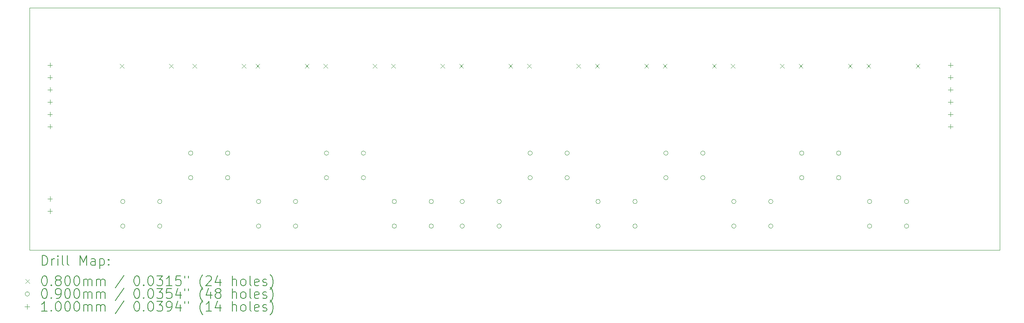
<source format=gbr>
%TF.GenerationSoftware,KiCad,Pcbnew,7.0.3*%
%TF.CreationDate,2023-06-01T18:05:40-04:00*%
%TF.ProjectId,KeyModule,4b65794d-6f64-4756-9c65-2e6b69636164,rev?*%
%TF.SameCoordinates,Original*%
%TF.FileFunction,Drillmap*%
%TF.FilePolarity,Positive*%
%FSLAX45Y45*%
G04 Gerber Fmt 4.5, Leading zero omitted, Abs format (unit mm)*
G04 Created by KiCad (PCBNEW 7.0.3) date 2023-06-01 18:05:40*
%MOMM*%
%LPD*%
G01*
G04 APERTURE LIST*
%ADD10C,0.100000*%
%ADD11C,0.200000*%
%ADD12C,0.080000*%
%ADD13C,0.090000*%
G04 APERTURE END LIST*
D10*
X0Y0D02*
X20000000Y0D01*
X20000000Y-5000000D01*
X0Y-5000000D01*
X0Y0D01*
D11*
D12*
X1860000Y-1160000D02*
X1940000Y-1240000D01*
X1940000Y-1160000D02*
X1860000Y-1240000D01*
X2876000Y-1160000D02*
X2956000Y-1240000D01*
X2956000Y-1160000D02*
X2876000Y-1240000D01*
X3360000Y-1160000D02*
X3440000Y-1240000D01*
X3440000Y-1160000D02*
X3360000Y-1240000D01*
X4376000Y-1160000D02*
X4456000Y-1240000D01*
X4456000Y-1160000D02*
X4376000Y-1240000D01*
X4660000Y-1160000D02*
X4740000Y-1240000D01*
X4740000Y-1160000D02*
X4660000Y-1240000D01*
X5676000Y-1160000D02*
X5756000Y-1240000D01*
X5756000Y-1160000D02*
X5676000Y-1240000D01*
X6060000Y-1160000D02*
X6140000Y-1240000D01*
X6140000Y-1160000D02*
X6060000Y-1240000D01*
X7076000Y-1160000D02*
X7156000Y-1240000D01*
X7156000Y-1160000D02*
X7076000Y-1240000D01*
X7460000Y-1160000D02*
X7540000Y-1240000D01*
X7540000Y-1160000D02*
X7460000Y-1240000D01*
X8476000Y-1160000D02*
X8556000Y-1240000D01*
X8556000Y-1160000D02*
X8476000Y-1240000D01*
X8860000Y-1160000D02*
X8940000Y-1240000D01*
X8940000Y-1160000D02*
X8860000Y-1240000D01*
X9876000Y-1160000D02*
X9956000Y-1240000D01*
X9956000Y-1160000D02*
X9876000Y-1240000D01*
X10260000Y-1160000D02*
X10340000Y-1240000D01*
X10340000Y-1160000D02*
X10260000Y-1240000D01*
X11276000Y-1160000D02*
X11356000Y-1240000D01*
X11356000Y-1160000D02*
X11276000Y-1240000D01*
X11660000Y-1160000D02*
X11740000Y-1240000D01*
X11740000Y-1160000D02*
X11660000Y-1240000D01*
X12676000Y-1160000D02*
X12756000Y-1240000D01*
X12756000Y-1160000D02*
X12676000Y-1240000D01*
X13060000Y-1160000D02*
X13140000Y-1240000D01*
X13140000Y-1160000D02*
X13060000Y-1240000D01*
X14076000Y-1160000D02*
X14156000Y-1240000D01*
X14156000Y-1160000D02*
X14076000Y-1240000D01*
X14460000Y-1160000D02*
X14540000Y-1240000D01*
X14540000Y-1160000D02*
X14460000Y-1240000D01*
X15476000Y-1160000D02*
X15556000Y-1240000D01*
X15556000Y-1160000D02*
X15476000Y-1240000D01*
X15860000Y-1160000D02*
X15940000Y-1240000D01*
X15940000Y-1160000D02*
X15860000Y-1240000D01*
X16876000Y-1160000D02*
X16956000Y-1240000D01*
X16956000Y-1160000D02*
X16876000Y-1240000D01*
X17260000Y-1160000D02*
X17340000Y-1240000D01*
X17340000Y-1160000D02*
X17260000Y-1240000D01*
X18276000Y-1160000D02*
X18356000Y-1240000D01*
X18356000Y-1160000D02*
X18276000Y-1240000D01*
D13*
X1964000Y-4000000D02*
G75*
G03*
X1964000Y-4000000I-45000J0D01*
G01*
X1964000Y-4508000D02*
G75*
G03*
X1964000Y-4508000I-45000J0D01*
G01*
X2726000Y-4000000D02*
G75*
G03*
X2726000Y-4000000I-45000J0D01*
G01*
X2726000Y-4508000D02*
G75*
G03*
X2726000Y-4508000I-45000J0D01*
G01*
X3364000Y-3000000D02*
G75*
G03*
X3364000Y-3000000I-45000J0D01*
G01*
X3364000Y-3508000D02*
G75*
G03*
X3364000Y-3508000I-45000J0D01*
G01*
X4126000Y-3000000D02*
G75*
G03*
X4126000Y-3000000I-45000J0D01*
G01*
X4126000Y-3508000D02*
G75*
G03*
X4126000Y-3508000I-45000J0D01*
G01*
X4764000Y-4000000D02*
G75*
G03*
X4764000Y-4000000I-45000J0D01*
G01*
X4764000Y-4508000D02*
G75*
G03*
X4764000Y-4508000I-45000J0D01*
G01*
X5526000Y-4000000D02*
G75*
G03*
X5526000Y-4000000I-45000J0D01*
G01*
X5526000Y-4508000D02*
G75*
G03*
X5526000Y-4508000I-45000J0D01*
G01*
X6164000Y-3000000D02*
G75*
G03*
X6164000Y-3000000I-45000J0D01*
G01*
X6164000Y-3508000D02*
G75*
G03*
X6164000Y-3508000I-45000J0D01*
G01*
X6926000Y-3000000D02*
G75*
G03*
X6926000Y-3000000I-45000J0D01*
G01*
X6926000Y-3508000D02*
G75*
G03*
X6926000Y-3508000I-45000J0D01*
G01*
X7564000Y-4000000D02*
G75*
G03*
X7564000Y-4000000I-45000J0D01*
G01*
X7564000Y-4508000D02*
G75*
G03*
X7564000Y-4508000I-45000J0D01*
G01*
X8326000Y-4000000D02*
G75*
G03*
X8326000Y-4000000I-45000J0D01*
G01*
X8326000Y-4508000D02*
G75*
G03*
X8326000Y-4508000I-45000J0D01*
G01*
X8964000Y-4000000D02*
G75*
G03*
X8964000Y-4000000I-45000J0D01*
G01*
X8964000Y-4508000D02*
G75*
G03*
X8964000Y-4508000I-45000J0D01*
G01*
X9726000Y-4000000D02*
G75*
G03*
X9726000Y-4000000I-45000J0D01*
G01*
X9726000Y-4508000D02*
G75*
G03*
X9726000Y-4508000I-45000J0D01*
G01*
X10364000Y-3000000D02*
G75*
G03*
X10364000Y-3000000I-45000J0D01*
G01*
X10364000Y-3508000D02*
G75*
G03*
X10364000Y-3508000I-45000J0D01*
G01*
X11126000Y-3000000D02*
G75*
G03*
X11126000Y-3000000I-45000J0D01*
G01*
X11126000Y-3508000D02*
G75*
G03*
X11126000Y-3508000I-45000J0D01*
G01*
X11764000Y-4000000D02*
G75*
G03*
X11764000Y-4000000I-45000J0D01*
G01*
X11764000Y-4508000D02*
G75*
G03*
X11764000Y-4508000I-45000J0D01*
G01*
X12526000Y-4000000D02*
G75*
G03*
X12526000Y-4000000I-45000J0D01*
G01*
X12526000Y-4508000D02*
G75*
G03*
X12526000Y-4508000I-45000J0D01*
G01*
X13164000Y-3000000D02*
G75*
G03*
X13164000Y-3000000I-45000J0D01*
G01*
X13164000Y-3508000D02*
G75*
G03*
X13164000Y-3508000I-45000J0D01*
G01*
X13926000Y-3000000D02*
G75*
G03*
X13926000Y-3000000I-45000J0D01*
G01*
X13926000Y-3508000D02*
G75*
G03*
X13926000Y-3508000I-45000J0D01*
G01*
X14564000Y-4000000D02*
G75*
G03*
X14564000Y-4000000I-45000J0D01*
G01*
X14564000Y-4508000D02*
G75*
G03*
X14564000Y-4508000I-45000J0D01*
G01*
X15326000Y-4000000D02*
G75*
G03*
X15326000Y-4000000I-45000J0D01*
G01*
X15326000Y-4508000D02*
G75*
G03*
X15326000Y-4508000I-45000J0D01*
G01*
X15964000Y-3000000D02*
G75*
G03*
X15964000Y-3000000I-45000J0D01*
G01*
X15964000Y-3508000D02*
G75*
G03*
X15964000Y-3508000I-45000J0D01*
G01*
X16726000Y-3000000D02*
G75*
G03*
X16726000Y-3000000I-45000J0D01*
G01*
X16726000Y-3508000D02*
G75*
G03*
X16726000Y-3508000I-45000J0D01*
G01*
X17364000Y-4000000D02*
G75*
G03*
X17364000Y-4000000I-45000J0D01*
G01*
X17364000Y-4508000D02*
G75*
G03*
X17364000Y-4508000I-45000J0D01*
G01*
X18126000Y-4000000D02*
G75*
G03*
X18126000Y-4000000I-45000J0D01*
G01*
X18126000Y-4508000D02*
G75*
G03*
X18126000Y-4508000I-45000J0D01*
G01*
D10*
X416000Y-1130000D02*
X416000Y-1230000D01*
X366000Y-1180000D02*
X466000Y-1180000D01*
X416000Y-1384000D02*
X416000Y-1484000D01*
X366000Y-1434000D02*
X466000Y-1434000D01*
X416000Y-1638000D02*
X416000Y-1738000D01*
X366000Y-1688000D02*
X466000Y-1688000D01*
X416000Y-1892000D02*
X416000Y-1992000D01*
X366000Y-1942000D02*
X466000Y-1942000D01*
X416000Y-2146000D02*
X416000Y-2246000D01*
X366000Y-2196000D02*
X466000Y-2196000D01*
X416000Y-2400000D02*
X416000Y-2500000D01*
X366000Y-2450000D02*
X466000Y-2450000D01*
X416000Y-3896000D02*
X416000Y-3996000D01*
X366000Y-3946000D02*
X466000Y-3946000D01*
X416000Y-4150000D02*
X416000Y-4250000D01*
X366000Y-4200000D02*
X466000Y-4200000D01*
X18990000Y-1130000D02*
X18990000Y-1230000D01*
X18940000Y-1180000D02*
X19040000Y-1180000D01*
X18990000Y-1384000D02*
X18990000Y-1484000D01*
X18940000Y-1434000D02*
X19040000Y-1434000D01*
X18990000Y-1638000D02*
X18990000Y-1738000D01*
X18940000Y-1688000D02*
X19040000Y-1688000D01*
X18990000Y-1892000D02*
X18990000Y-1992000D01*
X18940000Y-1942000D02*
X19040000Y-1942000D01*
X18990000Y-2146000D02*
X18990000Y-2246000D01*
X18940000Y-2196000D02*
X19040000Y-2196000D01*
X18990000Y-2400000D02*
X18990000Y-2500000D01*
X18940000Y-2450000D02*
X19040000Y-2450000D01*
D11*
X255777Y-5316484D02*
X255777Y-5116484D01*
X255777Y-5116484D02*
X303396Y-5116484D01*
X303396Y-5116484D02*
X331967Y-5126008D01*
X331967Y-5126008D02*
X351015Y-5145055D01*
X351015Y-5145055D02*
X360539Y-5164103D01*
X360539Y-5164103D02*
X370062Y-5202198D01*
X370062Y-5202198D02*
X370062Y-5230770D01*
X370062Y-5230770D02*
X360539Y-5268865D01*
X360539Y-5268865D02*
X351015Y-5287912D01*
X351015Y-5287912D02*
X331967Y-5306960D01*
X331967Y-5306960D02*
X303396Y-5316484D01*
X303396Y-5316484D02*
X255777Y-5316484D01*
X455777Y-5316484D02*
X455777Y-5183150D01*
X455777Y-5221246D02*
X465301Y-5202198D01*
X465301Y-5202198D02*
X474824Y-5192674D01*
X474824Y-5192674D02*
X493872Y-5183150D01*
X493872Y-5183150D02*
X512920Y-5183150D01*
X579586Y-5316484D02*
X579586Y-5183150D01*
X579586Y-5116484D02*
X570063Y-5126008D01*
X570063Y-5126008D02*
X579586Y-5135531D01*
X579586Y-5135531D02*
X589110Y-5126008D01*
X589110Y-5126008D02*
X579586Y-5116484D01*
X579586Y-5116484D02*
X579586Y-5135531D01*
X703396Y-5316484D02*
X684348Y-5306960D01*
X684348Y-5306960D02*
X674824Y-5287912D01*
X674824Y-5287912D02*
X674824Y-5116484D01*
X808158Y-5316484D02*
X789110Y-5306960D01*
X789110Y-5306960D02*
X779586Y-5287912D01*
X779586Y-5287912D02*
X779586Y-5116484D01*
X1036729Y-5316484D02*
X1036729Y-5116484D01*
X1036729Y-5116484D02*
X1103396Y-5259341D01*
X1103396Y-5259341D02*
X1170063Y-5116484D01*
X1170063Y-5116484D02*
X1170063Y-5316484D01*
X1351015Y-5316484D02*
X1351015Y-5211722D01*
X1351015Y-5211722D02*
X1341491Y-5192674D01*
X1341491Y-5192674D02*
X1322444Y-5183150D01*
X1322444Y-5183150D02*
X1284348Y-5183150D01*
X1284348Y-5183150D02*
X1265301Y-5192674D01*
X1351015Y-5306960D02*
X1331967Y-5316484D01*
X1331967Y-5316484D02*
X1284348Y-5316484D01*
X1284348Y-5316484D02*
X1265301Y-5306960D01*
X1265301Y-5306960D02*
X1255777Y-5287912D01*
X1255777Y-5287912D02*
X1255777Y-5268865D01*
X1255777Y-5268865D02*
X1265301Y-5249817D01*
X1265301Y-5249817D02*
X1284348Y-5240293D01*
X1284348Y-5240293D02*
X1331967Y-5240293D01*
X1331967Y-5240293D02*
X1351015Y-5230770D01*
X1446253Y-5183150D02*
X1446253Y-5383150D01*
X1446253Y-5192674D02*
X1465301Y-5183150D01*
X1465301Y-5183150D02*
X1503396Y-5183150D01*
X1503396Y-5183150D02*
X1522443Y-5192674D01*
X1522443Y-5192674D02*
X1531967Y-5202198D01*
X1531967Y-5202198D02*
X1541491Y-5221246D01*
X1541491Y-5221246D02*
X1541491Y-5278389D01*
X1541491Y-5278389D02*
X1531967Y-5297436D01*
X1531967Y-5297436D02*
X1522443Y-5306960D01*
X1522443Y-5306960D02*
X1503396Y-5316484D01*
X1503396Y-5316484D02*
X1465301Y-5316484D01*
X1465301Y-5316484D02*
X1446253Y-5306960D01*
X1627205Y-5297436D02*
X1636729Y-5306960D01*
X1636729Y-5306960D02*
X1627205Y-5316484D01*
X1627205Y-5316484D02*
X1617682Y-5306960D01*
X1617682Y-5306960D02*
X1627205Y-5297436D01*
X1627205Y-5297436D02*
X1627205Y-5316484D01*
X1627205Y-5192674D02*
X1636729Y-5202198D01*
X1636729Y-5202198D02*
X1627205Y-5211722D01*
X1627205Y-5211722D02*
X1617682Y-5202198D01*
X1617682Y-5202198D02*
X1627205Y-5192674D01*
X1627205Y-5192674D02*
X1627205Y-5211722D01*
D12*
X-85000Y-5605000D02*
X-5000Y-5685000D01*
X-5000Y-5605000D02*
X-85000Y-5685000D01*
D11*
X293872Y-5536484D02*
X312920Y-5536484D01*
X312920Y-5536484D02*
X331967Y-5546008D01*
X331967Y-5546008D02*
X341491Y-5555531D01*
X341491Y-5555531D02*
X351015Y-5574579D01*
X351015Y-5574579D02*
X360539Y-5612674D01*
X360539Y-5612674D02*
X360539Y-5660293D01*
X360539Y-5660293D02*
X351015Y-5698388D01*
X351015Y-5698388D02*
X341491Y-5717436D01*
X341491Y-5717436D02*
X331967Y-5726960D01*
X331967Y-5726960D02*
X312920Y-5736484D01*
X312920Y-5736484D02*
X293872Y-5736484D01*
X293872Y-5736484D02*
X274824Y-5726960D01*
X274824Y-5726960D02*
X265301Y-5717436D01*
X265301Y-5717436D02*
X255777Y-5698388D01*
X255777Y-5698388D02*
X246253Y-5660293D01*
X246253Y-5660293D02*
X246253Y-5612674D01*
X246253Y-5612674D02*
X255777Y-5574579D01*
X255777Y-5574579D02*
X265301Y-5555531D01*
X265301Y-5555531D02*
X274824Y-5546008D01*
X274824Y-5546008D02*
X293872Y-5536484D01*
X446253Y-5717436D02*
X455777Y-5726960D01*
X455777Y-5726960D02*
X446253Y-5736484D01*
X446253Y-5736484D02*
X436729Y-5726960D01*
X436729Y-5726960D02*
X446253Y-5717436D01*
X446253Y-5717436D02*
X446253Y-5736484D01*
X570063Y-5622198D02*
X551015Y-5612674D01*
X551015Y-5612674D02*
X541491Y-5603150D01*
X541491Y-5603150D02*
X531967Y-5584103D01*
X531967Y-5584103D02*
X531967Y-5574579D01*
X531967Y-5574579D02*
X541491Y-5555531D01*
X541491Y-5555531D02*
X551015Y-5546008D01*
X551015Y-5546008D02*
X570063Y-5536484D01*
X570063Y-5536484D02*
X608158Y-5536484D01*
X608158Y-5536484D02*
X627205Y-5546008D01*
X627205Y-5546008D02*
X636729Y-5555531D01*
X636729Y-5555531D02*
X646253Y-5574579D01*
X646253Y-5574579D02*
X646253Y-5584103D01*
X646253Y-5584103D02*
X636729Y-5603150D01*
X636729Y-5603150D02*
X627205Y-5612674D01*
X627205Y-5612674D02*
X608158Y-5622198D01*
X608158Y-5622198D02*
X570063Y-5622198D01*
X570063Y-5622198D02*
X551015Y-5631722D01*
X551015Y-5631722D02*
X541491Y-5641246D01*
X541491Y-5641246D02*
X531967Y-5660293D01*
X531967Y-5660293D02*
X531967Y-5698388D01*
X531967Y-5698388D02*
X541491Y-5717436D01*
X541491Y-5717436D02*
X551015Y-5726960D01*
X551015Y-5726960D02*
X570063Y-5736484D01*
X570063Y-5736484D02*
X608158Y-5736484D01*
X608158Y-5736484D02*
X627205Y-5726960D01*
X627205Y-5726960D02*
X636729Y-5717436D01*
X636729Y-5717436D02*
X646253Y-5698388D01*
X646253Y-5698388D02*
X646253Y-5660293D01*
X646253Y-5660293D02*
X636729Y-5641246D01*
X636729Y-5641246D02*
X627205Y-5631722D01*
X627205Y-5631722D02*
X608158Y-5622198D01*
X770062Y-5536484D02*
X789110Y-5536484D01*
X789110Y-5536484D02*
X808158Y-5546008D01*
X808158Y-5546008D02*
X817682Y-5555531D01*
X817682Y-5555531D02*
X827205Y-5574579D01*
X827205Y-5574579D02*
X836729Y-5612674D01*
X836729Y-5612674D02*
X836729Y-5660293D01*
X836729Y-5660293D02*
X827205Y-5698388D01*
X827205Y-5698388D02*
X817682Y-5717436D01*
X817682Y-5717436D02*
X808158Y-5726960D01*
X808158Y-5726960D02*
X789110Y-5736484D01*
X789110Y-5736484D02*
X770062Y-5736484D01*
X770062Y-5736484D02*
X751015Y-5726960D01*
X751015Y-5726960D02*
X741491Y-5717436D01*
X741491Y-5717436D02*
X731967Y-5698388D01*
X731967Y-5698388D02*
X722443Y-5660293D01*
X722443Y-5660293D02*
X722443Y-5612674D01*
X722443Y-5612674D02*
X731967Y-5574579D01*
X731967Y-5574579D02*
X741491Y-5555531D01*
X741491Y-5555531D02*
X751015Y-5546008D01*
X751015Y-5546008D02*
X770062Y-5536484D01*
X960539Y-5536484D02*
X979586Y-5536484D01*
X979586Y-5536484D02*
X998634Y-5546008D01*
X998634Y-5546008D02*
X1008158Y-5555531D01*
X1008158Y-5555531D02*
X1017682Y-5574579D01*
X1017682Y-5574579D02*
X1027205Y-5612674D01*
X1027205Y-5612674D02*
X1027205Y-5660293D01*
X1027205Y-5660293D02*
X1017682Y-5698388D01*
X1017682Y-5698388D02*
X1008158Y-5717436D01*
X1008158Y-5717436D02*
X998634Y-5726960D01*
X998634Y-5726960D02*
X979586Y-5736484D01*
X979586Y-5736484D02*
X960539Y-5736484D01*
X960539Y-5736484D02*
X941491Y-5726960D01*
X941491Y-5726960D02*
X931967Y-5717436D01*
X931967Y-5717436D02*
X922443Y-5698388D01*
X922443Y-5698388D02*
X912920Y-5660293D01*
X912920Y-5660293D02*
X912920Y-5612674D01*
X912920Y-5612674D02*
X922443Y-5574579D01*
X922443Y-5574579D02*
X931967Y-5555531D01*
X931967Y-5555531D02*
X941491Y-5546008D01*
X941491Y-5546008D02*
X960539Y-5536484D01*
X1112920Y-5736484D02*
X1112920Y-5603150D01*
X1112920Y-5622198D02*
X1122444Y-5612674D01*
X1122444Y-5612674D02*
X1141491Y-5603150D01*
X1141491Y-5603150D02*
X1170063Y-5603150D01*
X1170063Y-5603150D02*
X1189110Y-5612674D01*
X1189110Y-5612674D02*
X1198634Y-5631722D01*
X1198634Y-5631722D02*
X1198634Y-5736484D01*
X1198634Y-5631722D02*
X1208158Y-5612674D01*
X1208158Y-5612674D02*
X1227205Y-5603150D01*
X1227205Y-5603150D02*
X1255777Y-5603150D01*
X1255777Y-5603150D02*
X1274825Y-5612674D01*
X1274825Y-5612674D02*
X1284348Y-5631722D01*
X1284348Y-5631722D02*
X1284348Y-5736484D01*
X1379586Y-5736484D02*
X1379586Y-5603150D01*
X1379586Y-5622198D02*
X1389110Y-5612674D01*
X1389110Y-5612674D02*
X1408158Y-5603150D01*
X1408158Y-5603150D02*
X1436729Y-5603150D01*
X1436729Y-5603150D02*
X1455777Y-5612674D01*
X1455777Y-5612674D02*
X1465301Y-5631722D01*
X1465301Y-5631722D02*
X1465301Y-5736484D01*
X1465301Y-5631722D02*
X1474824Y-5612674D01*
X1474824Y-5612674D02*
X1493872Y-5603150D01*
X1493872Y-5603150D02*
X1522443Y-5603150D01*
X1522443Y-5603150D02*
X1541491Y-5612674D01*
X1541491Y-5612674D02*
X1551015Y-5631722D01*
X1551015Y-5631722D02*
X1551015Y-5736484D01*
X1941491Y-5526960D02*
X1770063Y-5784103D01*
X2198634Y-5536484D02*
X2217682Y-5536484D01*
X2217682Y-5536484D02*
X2236729Y-5546008D01*
X2236729Y-5546008D02*
X2246253Y-5555531D01*
X2246253Y-5555531D02*
X2255777Y-5574579D01*
X2255777Y-5574579D02*
X2265301Y-5612674D01*
X2265301Y-5612674D02*
X2265301Y-5660293D01*
X2265301Y-5660293D02*
X2255777Y-5698388D01*
X2255777Y-5698388D02*
X2246253Y-5717436D01*
X2246253Y-5717436D02*
X2236729Y-5726960D01*
X2236729Y-5726960D02*
X2217682Y-5736484D01*
X2217682Y-5736484D02*
X2198634Y-5736484D01*
X2198634Y-5736484D02*
X2179587Y-5726960D01*
X2179587Y-5726960D02*
X2170063Y-5717436D01*
X2170063Y-5717436D02*
X2160539Y-5698388D01*
X2160539Y-5698388D02*
X2151015Y-5660293D01*
X2151015Y-5660293D02*
X2151015Y-5612674D01*
X2151015Y-5612674D02*
X2160539Y-5574579D01*
X2160539Y-5574579D02*
X2170063Y-5555531D01*
X2170063Y-5555531D02*
X2179587Y-5546008D01*
X2179587Y-5546008D02*
X2198634Y-5536484D01*
X2351015Y-5717436D02*
X2360539Y-5726960D01*
X2360539Y-5726960D02*
X2351015Y-5736484D01*
X2351015Y-5736484D02*
X2341491Y-5726960D01*
X2341491Y-5726960D02*
X2351015Y-5717436D01*
X2351015Y-5717436D02*
X2351015Y-5736484D01*
X2484348Y-5536484D02*
X2503396Y-5536484D01*
X2503396Y-5536484D02*
X2522444Y-5546008D01*
X2522444Y-5546008D02*
X2531968Y-5555531D01*
X2531968Y-5555531D02*
X2541491Y-5574579D01*
X2541491Y-5574579D02*
X2551015Y-5612674D01*
X2551015Y-5612674D02*
X2551015Y-5660293D01*
X2551015Y-5660293D02*
X2541491Y-5698388D01*
X2541491Y-5698388D02*
X2531968Y-5717436D01*
X2531968Y-5717436D02*
X2522444Y-5726960D01*
X2522444Y-5726960D02*
X2503396Y-5736484D01*
X2503396Y-5736484D02*
X2484348Y-5736484D01*
X2484348Y-5736484D02*
X2465301Y-5726960D01*
X2465301Y-5726960D02*
X2455777Y-5717436D01*
X2455777Y-5717436D02*
X2446253Y-5698388D01*
X2446253Y-5698388D02*
X2436729Y-5660293D01*
X2436729Y-5660293D02*
X2436729Y-5612674D01*
X2436729Y-5612674D02*
X2446253Y-5574579D01*
X2446253Y-5574579D02*
X2455777Y-5555531D01*
X2455777Y-5555531D02*
X2465301Y-5546008D01*
X2465301Y-5546008D02*
X2484348Y-5536484D01*
X2617682Y-5536484D02*
X2741491Y-5536484D01*
X2741491Y-5536484D02*
X2674825Y-5612674D01*
X2674825Y-5612674D02*
X2703396Y-5612674D01*
X2703396Y-5612674D02*
X2722444Y-5622198D01*
X2722444Y-5622198D02*
X2731968Y-5631722D01*
X2731968Y-5631722D02*
X2741491Y-5650769D01*
X2741491Y-5650769D02*
X2741491Y-5698388D01*
X2741491Y-5698388D02*
X2731968Y-5717436D01*
X2731968Y-5717436D02*
X2722444Y-5726960D01*
X2722444Y-5726960D02*
X2703396Y-5736484D01*
X2703396Y-5736484D02*
X2646253Y-5736484D01*
X2646253Y-5736484D02*
X2627206Y-5726960D01*
X2627206Y-5726960D02*
X2617682Y-5717436D01*
X2931967Y-5736484D02*
X2817682Y-5736484D01*
X2874825Y-5736484D02*
X2874825Y-5536484D01*
X2874825Y-5536484D02*
X2855777Y-5565055D01*
X2855777Y-5565055D02*
X2836729Y-5584103D01*
X2836729Y-5584103D02*
X2817682Y-5593627D01*
X3112920Y-5536484D02*
X3017682Y-5536484D01*
X3017682Y-5536484D02*
X3008158Y-5631722D01*
X3008158Y-5631722D02*
X3017682Y-5622198D01*
X3017682Y-5622198D02*
X3036729Y-5612674D01*
X3036729Y-5612674D02*
X3084348Y-5612674D01*
X3084348Y-5612674D02*
X3103396Y-5622198D01*
X3103396Y-5622198D02*
X3112920Y-5631722D01*
X3112920Y-5631722D02*
X3122444Y-5650769D01*
X3122444Y-5650769D02*
X3122444Y-5698388D01*
X3122444Y-5698388D02*
X3112920Y-5717436D01*
X3112920Y-5717436D02*
X3103396Y-5726960D01*
X3103396Y-5726960D02*
X3084348Y-5736484D01*
X3084348Y-5736484D02*
X3036729Y-5736484D01*
X3036729Y-5736484D02*
X3017682Y-5726960D01*
X3017682Y-5726960D02*
X3008158Y-5717436D01*
X3198634Y-5536484D02*
X3198634Y-5574579D01*
X3274825Y-5536484D02*
X3274825Y-5574579D01*
X3570063Y-5812674D02*
X3560539Y-5803150D01*
X3560539Y-5803150D02*
X3541491Y-5774579D01*
X3541491Y-5774579D02*
X3531968Y-5755531D01*
X3531968Y-5755531D02*
X3522444Y-5726960D01*
X3522444Y-5726960D02*
X3512920Y-5679341D01*
X3512920Y-5679341D02*
X3512920Y-5641246D01*
X3512920Y-5641246D02*
X3522444Y-5593627D01*
X3522444Y-5593627D02*
X3531968Y-5565055D01*
X3531968Y-5565055D02*
X3541491Y-5546008D01*
X3541491Y-5546008D02*
X3560539Y-5517436D01*
X3560539Y-5517436D02*
X3570063Y-5507912D01*
X3636729Y-5555531D02*
X3646253Y-5546008D01*
X3646253Y-5546008D02*
X3665301Y-5536484D01*
X3665301Y-5536484D02*
X3712920Y-5536484D01*
X3712920Y-5536484D02*
X3731968Y-5546008D01*
X3731968Y-5546008D02*
X3741491Y-5555531D01*
X3741491Y-5555531D02*
X3751015Y-5574579D01*
X3751015Y-5574579D02*
X3751015Y-5593627D01*
X3751015Y-5593627D02*
X3741491Y-5622198D01*
X3741491Y-5622198D02*
X3627206Y-5736484D01*
X3627206Y-5736484D02*
X3751015Y-5736484D01*
X3922444Y-5603150D02*
X3922444Y-5736484D01*
X3874825Y-5526960D02*
X3827206Y-5669817D01*
X3827206Y-5669817D02*
X3951015Y-5669817D01*
X4179587Y-5736484D02*
X4179587Y-5536484D01*
X4265301Y-5736484D02*
X4265301Y-5631722D01*
X4265301Y-5631722D02*
X4255777Y-5612674D01*
X4255777Y-5612674D02*
X4236730Y-5603150D01*
X4236730Y-5603150D02*
X4208158Y-5603150D01*
X4208158Y-5603150D02*
X4189110Y-5612674D01*
X4189110Y-5612674D02*
X4179587Y-5622198D01*
X4389111Y-5736484D02*
X4370063Y-5726960D01*
X4370063Y-5726960D02*
X4360539Y-5717436D01*
X4360539Y-5717436D02*
X4351015Y-5698388D01*
X4351015Y-5698388D02*
X4351015Y-5641246D01*
X4351015Y-5641246D02*
X4360539Y-5622198D01*
X4360539Y-5622198D02*
X4370063Y-5612674D01*
X4370063Y-5612674D02*
X4389111Y-5603150D01*
X4389111Y-5603150D02*
X4417682Y-5603150D01*
X4417682Y-5603150D02*
X4436730Y-5612674D01*
X4436730Y-5612674D02*
X4446253Y-5622198D01*
X4446253Y-5622198D02*
X4455777Y-5641246D01*
X4455777Y-5641246D02*
X4455777Y-5698388D01*
X4455777Y-5698388D02*
X4446253Y-5717436D01*
X4446253Y-5717436D02*
X4436730Y-5726960D01*
X4436730Y-5726960D02*
X4417682Y-5736484D01*
X4417682Y-5736484D02*
X4389111Y-5736484D01*
X4570063Y-5736484D02*
X4551015Y-5726960D01*
X4551015Y-5726960D02*
X4541492Y-5707912D01*
X4541492Y-5707912D02*
X4541492Y-5536484D01*
X4722444Y-5726960D02*
X4703396Y-5736484D01*
X4703396Y-5736484D02*
X4665301Y-5736484D01*
X4665301Y-5736484D02*
X4646253Y-5726960D01*
X4646253Y-5726960D02*
X4636730Y-5707912D01*
X4636730Y-5707912D02*
X4636730Y-5631722D01*
X4636730Y-5631722D02*
X4646253Y-5612674D01*
X4646253Y-5612674D02*
X4665301Y-5603150D01*
X4665301Y-5603150D02*
X4703396Y-5603150D01*
X4703396Y-5603150D02*
X4722444Y-5612674D01*
X4722444Y-5612674D02*
X4731968Y-5631722D01*
X4731968Y-5631722D02*
X4731968Y-5650769D01*
X4731968Y-5650769D02*
X4636730Y-5669817D01*
X4808158Y-5726960D02*
X4827206Y-5736484D01*
X4827206Y-5736484D02*
X4865301Y-5736484D01*
X4865301Y-5736484D02*
X4884349Y-5726960D01*
X4884349Y-5726960D02*
X4893873Y-5707912D01*
X4893873Y-5707912D02*
X4893873Y-5698388D01*
X4893873Y-5698388D02*
X4884349Y-5679341D01*
X4884349Y-5679341D02*
X4865301Y-5669817D01*
X4865301Y-5669817D02*
X4836730Y-5669817D01*
X4836730Y-5669817D02*
X4817682Y-5660293D01*
X4817682Y-5660293D02*
X4808158Y-5641246D01*
X4808158Y-5641246D02*
X4808158Y-5631722D01*
X4808158Y-5631722D02*
X4817682Y-5612674D01*
X4817682Y-5612674D02*
X4836730Y-5603150D01*
X4836730Y-5603150D02*
X4865301Y-5603150D01*
X4865301Y-5603150D02*
X4884349Y-5612674D01*
X4960539Y-5812674D02*
X4970063Y-5803150D01*
X4970063Y-5803150D02*
X4989111Y-5774579D01*
X4989111Y-5774579D02*
X4998634Y-5755531D01*
X4998634Y-5755531D02*
X5008158Y-5726960D01*
X5008158Y-5726960D02*
X5017682Y-5679341D01*
X5017682Y-5679341D02*
X5017682Y-5641246D01*
X5017682Y-5641246D02*
X5008158Y-5593627D01*
X5008158Y-5593627D02*
X4998634Y-5565055D01*
X4998634Y-5565055D02*
X4989111Y-5546008D01*
X4989111Y-5546008D02*
X4970063Y-5517436D01*
X4970063Y-5517436D02*
X4960539Y-5507912D01*
D13*
X-5000Y-5909000D02*
G75*
G03*
X-5000Y-5909000I-45000J0D01*
G01*
D11*
X293872Y-5800484D02*
X312920Y-5800484D01*
X312920Y-5800484D02*
X331967Y-5810008D01*
X331967Y-5810008D02*
X341491Y-5819531D01*
X341491Y-5819531D02*
X351015Y-5838579D01*
X351015Y-5838579D02*
X360539Y-5876674D01*
X360539Y-5876674D02*
X360539Y-5924293D01*
X360539Y-5924293D02*
X351015Y-5962388D01*
X351015Y-5962388D02*
X341491Y-5981436D01*
X341491Y-5981436D02*
X331967Y-5990960D01*
X331967Y-5990960D02*
X312920Y-6000484D01*
X312920Y-6000484D02*
X293872Y-6000484D01*
X293872Y-6000484D02*
X274824Y-5990960D01*
X274824Y-5990960D02*
X265301Y-5981436D01*
X265301Y-5981436D02*
X255777Y-5962388D01*
X255777Y-5962388D02*
X246253Y-5924293D01*
X246253Y-5924293D02*
X246253Y-5876674D01*
X246253Y-5876674D02*
X255777Y-5838579D01*
X255777Y-5838579D02*
X265301Y-5819531D01*
X265301Y-5819531D02*
X274824Y-5810008D01*
X274824Y-5810008D02*
X293872Y-5800484D01*
X446253Y-5981436D02*
X455777Y-5990960D01*
X455777Y-5990960D02*
X446253Y-6000484D01*
X446253Y-6000484D02*
X436729Y-5990960D01*
X436729Y-5990960D02*
X446253Y-5981436D01*
X446253Y-5981436D02*
X446253Y-6000484D01*
X551015Y-6000484D02*
X589110Y-6000484D01*
X589110Y-6000484D02*
X608158Y-5990960D01*
X608158Y-5990960D02*
X617682Y-5981436D01*
X617682Y-5981436D02*
X636729Y-5952865D01*
X636729Y-5952865D02*
X646253Y-5914769D01*
X646253Y-5914769D02*
X646253Y-5838579D01*
X646253Y-5838579D02*
X636729Y-5819531D01*
X636729Y-5819531D02*
X627205Y-5810008D01*
X627205Y-5810008D02*
X608158Y-5800484D01*
X608158Y-5800484D02*
X570063Y-5800484D01*
X570063Y-5800484D02*
X551015Y-5810008D01*
X551015Y-5810008D02*
X541491Y-5819531D01*
X541491Y-5819531D02*
X531967Y-5838579D01*
X531967Y-5838579D02*
X531967Y-5886198D01*
X531967Y-5886198D02*
X541491Y-5905246D01*
X541491Y-5905246D02*
X551015Y-5914769D01*
X551015Y-5914769D02*
X570063Y-5924293D01*
X570063Y-5924293D02*
X608158Y-5924293D01*
X608158Y-5924293D02*
X627205Y-5914769D01*
X627205Y-5914769D02*
X636729Y-5905246D01*
X636729Y-5905246D02*
X646253Y-5886198D01*
X770062Y-5800484D02*
X789110Y-5800484D01*
X789110Y-5800484D02*
X808158Y-5810008D01*
X808158Y-5810008D02*
X817682Y-5819531D01*
X817682Y-5819531D02*
X827205Y-5838579D01*
X827205Y-5838579D02*
X836729Y-5876674D01*
X836729Y-5876674D02*
X836729Y-5924293D01*
X836729Y-5924293D02*
X827205Y-5962388D01*
X827205Y-5962388D02*
X817682Y-5981436D01*
X817682Y-5981436D02*
X808158Y-5990960D01*
X808158Y-5990960D02*
X789110Y-6000484D01*
X789110Y-6000484D02*
X770062Y-6000484D01*
X770062Y-6000484D02*
X751015Y-5990960D01*
X751015Y-5990960D02*
X741491Y-5981436D01*
X741491Y-5981436D02*
X731967Y-5962388D01*
X731967Y-5962388D02*
X722443Y-5924293D01*
X722443Y-5924293D02*
X722443Y-5876674D01*
X722443Y-5876674D02*
X731967Y-5838579D01*
X731967Y-5838579D02*
X741491Y-5819531D01*
X741491Y-5819531D02*
X751015Y-5810008D01*
X751015Y-5810008D02*
X770062Y-5800484D01*
X960539Y-5800484D02*
X979586Y-5800484D01*
X979586Y-5800484D02*
X998634Y-5810008D01*
X998634Y-5810008D02*
X1008158Y-5819531D01*
X1008158Y-5819531D02*
X1017682Y-5838579D01*
X1017682Y-5838579D02*
X1027205Y-5876674D01*
X1027205Y-5876674D02*
X1027205Y-5924293D01*
X1027205Y-5924293D02*
X1017682Y-5962388D01*
X1017682Y-5962388D02*
X1008158Y-5981436D01*
X1008158Y-5981436D02*
X998634Y-5990960D01*
X998634Y-5990960D02*
X979586Y-6000484D01*
X979586Y-6000484D02*
X960539Y-6000484D01*
X960539Y-6000484D02*
X941491Y-5990960D01*
X941491Y-5990960D02*
X931967Y-5981436D01*
X931967Y-5981436D02*
X922443Y-5962388D01*
X922443Y-5962388D02*
X912920Y-5924293D01*
X912920Y-5924293D02*
X912920Y-5876674D01*
X912920Y-5876674D02*
X922443Y-5838579D01*
X922443Y-5838579D02*
X931967Y-5819531D01*
X931967Y-5819531D02*
X941491Y-5810008D01*
X941491Y-5810008D02*
X960539Y-5800484D01*
X1112920Y-6000484D02*
X1112920Y-5867150D01*
X1112920Y-5886198D02*
X1122444Y-5876674D01*
X1122444Y-5876674D02*
X1141491Y-5867150D01*
X1141491Y-5867150D02*
X1170063Y-5867150D01*
X1170063Y-5867150D02*
X1189110Y-5876674D01*
X1189110Y-5876674D02*
X1198634Y-5895722D01*
X1198634Y-5895722D02*
X1198634Y-6000484D01*
X1198634Y-5895722D02*
X1208158Y-5876674D01*
X1208158Y-5876674D02*
X1227205Y-5867150D01*
X1227205Y-5867150D02*
X1255777Y-5867150D01*
X1255777Y-5867150D02*
X1274825Y-5876674D01*
X1274825Y-5876674D02*
X1284348Y-5895722D01*
X1284348Y-5895722D02*
X1284348Y-6000484D01*
X1379586Y-6000484D02*
X1379586Y-5867150D01*
X1379586Y-5886198D02*
X1389110Y-5876674D01*
X1389110Y-5876674D02*
X1408158Y-5867150D01*
X1408158Y-5867150D02*
X1436729Y-5867150D01*
X1436729Y-5867150D02*
X1455777Y-5876674D01*
X1455777Y-5876674D02*
X1465301Y-5895722D01*
X1465301Y-5895722D02*
X1465301Y-6000484D01*
X1465301Y-5895722D02*
X1474824Y-5876674D01*
X1474824Y-5876674D02*
X1493872Y-5867150D01*
X1493872Y-5867150D02*
X1522443Y-5867150D01*
X1522443Y-5867150D02*
X1541491Y-5876674D01*
X1541491Y-5876674D02*
X1551015Y-5895722D01*
X1551015Y-5895722D02*
X1551015Y-6000484D01*
X1941491Y-5790960D02*
X1770063Y-6048103D01*
X2198634Y-5800484D02*
X2217682Y-5800484D01*
X2217682Y-5800484D02*
X2236729Y-5810008D01*
X2236729Y-5810008D02*
X2246253Y-5819531D01*
X2246253Y-5819531D02*
X2255777Y-5838579D01*
X2255777Y-5838579D02*
X2265301Y-5876674D01*
X2265301Y-5876674D02*
X2265301Y-5924293D01*
X2265301Y-5924293D02*
X2255777Y-5962388D01*
X2255777Y-5962388D02*
X2246253Y-5981436D01*
X2246253Y-5981436D02*
X2236729Y-5990960D01*
X2236729Y-5990960D02*
X2217682Y-6000484D01*
X2217682Y-6000484D02*
X2198634Y-6000484D01*
X2198634Y-6000484D02*
X2179587Y-5990960D01*
X2179587Y-5990960D02*
X2170063Y-5981436D01*
X2170063Y-5981436D02*
X2160539Y-5962388D01*
X2160539Y-5962388D02*
X2151015Y-5924293D01*
X2151015Y-5924293D02*
X2151015Y-5876674D01*
X2151015Y-5876674D02*
X2160539Y-5838579D01*
X2160539Y-5838579D02*
X2170063Y-5819531D01*
X2170063Y-5819531D02*
X2179587Y-5810008D01*
X2179587Y-5810008D02*
X2198634Y-5800484D01*
X2351015Y-5981436D02*
X2360539Y-5990960D01*
X2360539Y-5990960D02*
X2351015Y-6000484D01*
X2351015Y-6000484D02*
X2341491Y-5990960D01*
X2341491Y-5990960D02*
X2351015Y-5981436D01*
X2351015Y-5981436D02*
X2351015Y-6000484D01*
X2484348Y-5800484D02*
X2503396Y-5800484D01*
X2503396Y-5800484D02*
X2522444Y-5810008D01*
X2522444Y-5810008D02*
X2531968Y-5819531D01*
X2531968Y-5819531D02*
X2541491Y-5838579D01*
X2541491Y-5838579D02*
X2551015Y-5876674D01*
X2551015Y-5876674D02*
X2551015Y-5924293D01*
X2551015Y-5924293D02*
X2541491Y-5962388D01*
X2541491Y-5962388D02*
X2531968Y-5981436D01*
X2531968Y-5981436D02*
X2522444Y-5990960D01*
X2522444Y-5990960D02*
X2503396Y-6000484D01*
X2503396Y-6000484D02*
X2484348Y-6000484D01*
X2484348Y-6000484D02*
X2465301Y-5990960D01*
X2465301Y-5990960D02*
X2455777Y-5981436D01*
X2455777Y-5981436D02*
X2446253Y-5962388D01*
X2446253Y-5962388D02*
X2436729Y-5924293D01*
X2436729Y-5924293D02*
X2436729Y-5876674D01*
X2436729Y-5876674D02*
X2446253Y-5838579D01*
X2446253Y-5838579D02*
X2455777Y-5819531D01*
X2455777Y-5819531D02*
X2465301Y-5810008D01*
X2465301Y-5810008D02*
X2484348Y-5800484D01*
X2617682Y-5800484D02*
X2741491Y-5800484D01*
X2741491Y-5800484D02*
X2674825Y-5876674D01*
X2674825Y-5876674D02*
X2703396Y-5876674D01*
X2703396Y-5876674D02*
X2722444Y-5886198D01*
X2722444Y-5886198D02*
X2731968Y-5895722D01*
X2731968Y-5895722D02*
X2741491Y-5914769D01*
X2741491Y-5914769D02*
X2741491Y-5962388D01*
X2741491Y-5962388D02*
X2731968Y-5981436D01*
X2731968Y-5981436D02*
X2722444Y-5990960D01*
X2722444Y-5990960D02*
X2703396Y-6000484D01*
X2703396Y-6000484D02*
X2646253Y-6000484D01*
X2646253Y-6000484D02*
X2627206Y-5990960D01*
X2627206Y-5990960D02*
X2617682Y-5981436D01*
X2922444Y-5800484D02*
X2827206Y-5800484D01*
X2827206Y-5800484D02*
X2817682Y-5895722D01*
X2817682Y-5895722D02*
X2827206Y-5886198D01*
X2827206Y-5886198D02*
X2846253Y-5876674D01*
X2846253Y-5876674D02*
X2893872Y-5876674D01*
X2893872Y-5876674D02*
X2912920Y-5886198D01*
X2912920Y-5886198D02*
X2922444Y-5895722D01*
X2922444Y-5895722D02*
X2931967Y-5914769D01*
X2931967Y-5914769D02*
X2931967Y-5962388D01*
X2931967Y-5962388D02*
X2922444Y-5981436D01*
X2922444Y-5981436D02*
X2912920Y-5990960D01*
X2912920Y-5990960D02*
X2893872Y-6000484D01*
X2893872Y-6000484D02*
X2846253Y-6000484D01*
X2846253Y-6000484D02*
X2827206Y-5990960D01*
X2827206Y-5990960D02*
X2817682Y-5981436D01*
X3103396Y-5867150D02*
X3103396Y-6000484D01*
X3055777Y-5790960D02*
X3008158Y-5933817D01*
X3008158Y-5933817D02*
X3131967Y-5933817D01*
X3198634Y-5800484D02*
X3198634Y-5838579D01*
X3274825Y-5800484D02*
X3274825Y-5838579D01*
X3570063Y-6076674D02*
X3560539Y-6067150D01*
X3560539Y-6067150D02*
X3541491Y-6038579D01*
X3541491Y-6038579D02*
X3531968Y-6019531D01*
X3531968Y-6019531D02*
X3522444Y-5990960D01*
X3522444Y-5990960D02*
X3512920Y-5943341D01*
X3512920Y-5943341D02*
X3512920Y-5905246D01*
X3512920Y-5905246D02*
X3522444Y-5857627D01*
X3522444Y-5857627D02*
X3531968Y-5829055D01*
X3531968Y-5829055D02*
X3541491Y-5810008D01*
X3541491Y-5810008D02*
X3560539Y-5781436D01*
X3560539Y-5781436D02*
X3570063Y-5771912D01*
X3731968Y-5867150D02*
X3731968Y-6000484D01*
X3684348Y-5790960D02*
X3636729Y-5933817D01*
X3636729Y-5933817D02*
X3760539Y-5933817D01*
X3865301Y-5886198D02*
X3846253Y-5876674D01*
X3846253Y-5876674D02*
X3836729Y-5867150D01*
X3836729Y-5867150D02*
X3827206Y-5848103D01*
X3827206Y-5848103D02*
X3827206Y-5838579D01*
X3827206Y-5838579D02*
X3836729Y-5819531D01*
X3836729Y-5819531D02*
X3846253Y-5810008D01*
X3846253Y-5810008D02*
X3865301Y-5800484D01*
X3865301Y-5800484D02*
X3903396Y-5800484D01*
X3903396Y-5800484D02*
X3922444Y-5810008D01*
X3922444Y-5810008D02*
X3931968Y-5819531D01*
X3931968Y-5819531D02*
X3941491Y-5838579D01*
X3941491Y-5838579D02*
X3941491Y-5848103D01*
X3941491Y-5848103D02*
X3931968Y-5867150D01*
X3931968Y-5867150D02*
X3922444Y-5876674D01*
X3922444Y-5876674D02*
X3903396Y-5886198D01*
X3903396Y-5886198D02*
X3865301Y-5886198D01*
X3865301Y-5886198D02*
X3846253Y-5895722D01*
X3846253Y-5895722D02*
X3836729Y-5905246D01*
X3836729Y-5905246D02*
X3827206Y-5924293D01*
X3827206Y-5924293D02*
X3827206Y-5962388D01*
X3827206Y-5962388D02*
X3836729Y-5981436D01*
X3836729Y-5981436D02*
X3846253Y-5990960D01*
X3846253Y-5990960D02*
X3865301Y-6000484D01*
X3865301Y-6000484D02*
X3903396Y-6000484D01*
X3903396Y-6000484D02*
X3922444Y-5990960D01*
X3922444Y-5990960D02*
X3931968Y-5981436D01*
X3931968Y-5981436D02*
X3941491Y-5962388D01*
X3941491Y-5962388D02*
X3941491Y-5924293D01*
X3941491Y-5924293D02*
X3931968Y-5905246D01*
X3931968Y-5905246D02*
X3922444Y-5895722D01*
X3922444Y-5895722D02*
X3903396Y-5886198D01*
X4179587Y-6000484D02*
X4179587Y-5800484D01*
X4265301Y-6000484D02*
X4265301Y-5895722D01*
X4265301Y-5895722D02*
X4255777Y-5876674D01*
X4255777Y-5876674D02*
X4236730Y-5867150D01*
X4236730Y-5867150D02*
X4208158Y-5867150D01*
X4208158Y-5867150D02*
X4189110Y-5876674D01*
X4189110Y-5876674D02*
X4179587Y-5886198D01*
X4389111Y-6000484D02*
X4370063Y-5990960D01*
X4370063Y-5990960D02*
X4360539Y-5981436D01*
X4360539Y-5981436D02*
X4351015Y-5962388D01*
X4351015Y-5962388D02*
X4351015Y-5905246D01*
X4351015Y-5905246D02*
X4360539Y-5886198D01*
X4360539Y-5886198D02*
X4370063Y-5876674D01*
X4370063Y-5876674D02*
X4389111Y-5867150D01*
X4389111Y-5867150D02*
X4417682Y-5867150D01*
X4417682Y-5867150D02*
X4436730Y-5876674D01*
X4436730Y-5876674D02*
X4446253Y-5886198D01*
X4446253Y-5886198D02*
X4455777Y-5905246D01*
X4455777Y-5905246D02*
X4455777Y-5962388D01*
X4455777Y-5962388D02*
X4446253Y-5981436D01*
X4446253Y-5981436D02*
X4436730Y-5990960D01*
X4436730Y-5990960D02*
X4417682Y-6000484D01*
X4417682Y-6000484D02*
X4389111Y-6000484D01*
X4570063Y-6000484D02*
X4551015Y-5990960D01*
X4551015Y-5990960D02*
X4541492Y-5971912D01*
X4541492Y-5971912D02*
X4541492Y-5800484D01*
X4722444Y-5990960D02*
X4703396Y-6000484D01*
X4703396Y-6000484D02*
X4665301Y-6000484D01*
X4665301Y-6000484D02*
X4646253Y-5990960D01*
X4646253Y-5990960D02*
X4636730Y-5971912D01*
X4636730Y-5971912D02*
X4636730Y-5895722D01*
X4636730Y-5895722D02*
X4646253Y-5876674D01*
X4646253Y-5876674D02*
X4665301Y-5867150D01*
X4665301Y-5867150D02*
X4703396Y-5867150D01*
X4703396Y-5867150D02*
X4722444Y-5876674D01*
X4722444Y-5876674D02*
X4731968Y-5895722D01*
X4731968Y-5895722D02*
X4731968Y-5914769D01*
X4731968Y-5914769D02*
X4636730Y-5933817D01*
X4808158Y-5990960D02*
X4827206Y-6000484D01*
X4827206Y-6000484D02*
X4865301Y-6000484D01*
X4865301Y-6000484D02*
X4884349Y-5990960D01*
X4884349Y-5990960D02*
X4893873Y-5971912D01*
X4893873Y-5971912D02*
X4893873Y-5962388D01*
X4893873Y-5962388D02*
X4884349Y-5943341D01*
X4884349Y-5943341D02*
X4865301Y-5933817D01*
X4865301Y-5933817D02*
X4836730Y-5933817D01*
X4836730Y-5933817D02*
X4817682Y-5924293D01*
X4817682Y-5924293D02*
X4808158Y-5905246D01*
X4808158Y-5905246D02*
X4808158Y-5895722D01*
X4808158Y-5895722D02*
X4817682Y-5876674D01*
X4817682Y-5876674D02*
X4836730Y-5867150D01*
X4836730Y-5867150D02*
X4865301Y-5867150D01*
X4865301Y-5867150D02*
X4884349Y-5876674D01*
X4960539Y-6076674D02*
X4970063Y-6067150D01*
X4970063Y-6067150D02*
X4989111Y-6038579D01*
X4989111Y-6038579D02*
X4998634Y-6019531D01*
X4998634Y-6019531D02*
X5008158Y-5990960D01*
X5008158Y-5990960D02*
X5017682Y-5943341D01*
X5017682Y-5943341D02*
X5017682Y-5905246D01*
X5017682Y-5905246D02*
X5008158Y-5857627D01*
X5008158Y-5857627D02*
X4998634Y-5829055D01*
X4998634Y-5829055D02*
X4989111Y-5810008D01*
X4989111Y-5810008D02*
X4970063Y-5781436D01*
X4970063Y-5781436D02*
X4960539Y-5771912D01*
D10*
X-55000Y-6123000D02*
X-55000Y-6223000D01*
X-105000Y-6173000D02*
X-5000Y-6173000D01*
D11*
X360539Y-6264484D02*
X246253Y-6264484D01*
X303396Y-6264484D02*
X303396Y-6064484D01*
X303396Y-6064484D02*
X284348Y-6093055D01*
X284348Y-6093055D02*
X265301Y-6112103D01*
X265301Y-6112103D02*
X246253Y-6121627D01*
X446253Y-6245436D02*
X455777Y-6254960D01*
X455777Y-6254960D02*
X446253Y-6264484D01*
X446253Y-6264484D02*
X436729Y-6254960D01*
X436729Y-6254960D02*
X446253Y-6245436D01*
X446253Y-6245436D02*
X446253Y-6264484D01*
X579586Y-6064484D02*
X598634Y-6064484D01*
X598634Y-6064484D02*
X617682Y-6074008D01*
X617682Y-6074008D02*
X627205Y-6083531D01*
X627205Y-6083531D02*
X636729Y-6102579D01*
X636729Y-6102579D02*
X646253Y-6140674D01*
X646253Y-6140674D02*
X646253Y-6188293D01*
X646253Y-6188293D02*
X636729Y-6226388D01*
X636729Y-6226388D02*
X627205Y-6245436D01*
X627205Y-6245436D02*
X617682Y-6254960D01*
X617682Y-6254960D02*
X598634Y-6264484D01*
X598634Y-6264484D02*
X579586Y-6264484D01*
X579586Y-6264484D02*
X560539Y-6254960D01*
X560539Y-6254960D02*
X551015Y-6245436D01*
X551015Y-6245436D02*
X541491Y-6226388D01*
X541491Y-6226388D02*
X531967Y-6188293D01*
X531967Y-6188293D02*
X531967Y-6140674D01*
X531967Y-6140674D02*
X541491Y-6102579D01*
X541491Y-6102579D02*
X551015Y-6083531D01*
X551015Y-6083531D02*
X560539Y-6074008D01*
X560539Y-6074008D02*
X579586Y-6064484D01*
X770062Y-6064484D02*
X789110Y-6064484D01*
X789110Y-6064484D02*
X808158Y-6074008D01*
X808158Y-6074008D02*
X817682Y-6083531D01*
X817682Y-6083531D02*
X827205Y-6102579D01*
X827205Y-6102579D02*
X836729Y-6140674D01*
X836729Y-6140674D02*
X836729Y-6188293D01*
X836729Y-6188293D02*
X827205Y-6226388D01*
X827205Y-6226388D02*
X817682Y-6245436D01*
X817682Y-6245436D02*
X808158Y-6254960D01*
X808158Y-6254960D02*
X789110Y-6264484D01*
X789110Y-6264484D02*
X770062Y-6264484D01*
X770062Y-6264484D02*
X751015Y-6254960D01*
X751015Y-6254960D02*
X741491Y-6245436D01*
X741491Y-6245436D02*
X731967Y-6226388D01*
X731967Y-6226388D02*
X722443Y-6188293D01*
X722443Y-6188293D02*
X722443Y-6140674D01*
X722443Y-6140674D02*
X731967Y-6102579D01*
X731967Y-6102579D02*
X741491Y-6083531D01*
X741491Y-6083531D02*
X751015Y-6074008D01*
X751015Y-6074008D02*
X770062Y-6064484D01*
X960539Y-6064484D02*
X979586Y-6064484D01*
X979586Y-6064484D02*
X998634Y-6074008D01*
X998634Y-6074008D02*
X1008158Y-6083531D01*
X1008158Y-6083531D02*
X1017682Y-6102579D01*
X1017682Y-6102579D02*
X1027205Y-6140674D01*
X1027205Y-6140674D02*
X1027205Y-6188293D01*
X1027205Y-6188293D02*
X1017682Y-6226388D01*
X1017682Y-6226388D02*
X1008158Y-6245436D01*
X1008158Y-6245436D02*
X998634Y-6254960D01*
X998634Y-6254960D02*
X979586Y-6264484D01*
X979586Y-6264484D02*
X960539Y-6264484D01*
X960539Y-6264484D02*
X941491Y-6254960D01*
X941491Y-6254960D02*
X931967Y-6245436D01*
X931967Y-6245436D02*
X922443Y-6226388D01*
X922443Y-6226388D02*
X912920Y-6188293D01*
X912920Y-6188293D02*
X912920Y-6140674D01*
X912920Y-6140674D02*
X922443Y-6102579D01*
X922443Y-6102579D02*
X931967Y-6083531D01*
X931967Y-6083531D02*
X941491Y-6074008D01*
X941491Y-6074008D02*
X960539Y-6064484D01*
X1112920Y-6264484D02*
X1112920Y-6131150D01*
X1112920Y-6150198D02*
X1122444Y-6140674D01*
X1122444Y-6140674D02*
X1141491Y-6131150D01*
X1141491Y-6131150D02*
X1170063Y-6131150D01*
X1170063Y-6131150D02*
X1189110Y-6140674D01*
X1189110Y-6140674D02*
X1198634Y-6159722D01*
X1198634Y-6159722D02*
X1198634Y-6264484D01*
X1198634Y-6159722D02*
X1208158Y-6140674D01*
X1208158Y-6140674D02*
X1227205Y-6131150D01*
X1227205Y-6131150D02*
X1255777Y-6131150D01*
X1255777Y-6131150D02*
X1274825Y-6140674D01*
X1274825Y-6140674D02*
X1284348Y-6159722D01*
X1284348Y-6159722D02*
X1284348Y-6264484D01*
X1379586Y-6264484D02*
X1379586Y-6131150D01*
X1379586Y-6150198D02*
X1389110Y-6140674D01*
X1389110Y-6140674D02*
X1408158Y-6131150D01*
X1408158Y-6131150D02*
X1436729Y-6131150D01*
X1436729Y-6131150D02*
X1455777Y-6140674D01*
X1455777Y-6140674D02*
X1465301Y-6159722D01*
X1465301Y-6159722D02*
X1465301Y-6264484D01*
X1465301Y-6159722D02*
X1474824Y-6140674D01*
X1474824Y-6140674D02*
X1493872Y-6131150D01*
X1493872Y-6131150D02*
X1522443Y-6131150D01*
X1522443Y-6131150D02*
X1541491Y-6140674D01*
X1541491Y-6140674D02*
X1551015Y-6159722D01*
X1551015Y-6159722D02*
X1551015Y-6264484D01*
X1941491Y-6054960D02*
X1770063Y-6312103D01*
X2198634Y-6064484D02*
X2217682Y-6064484D01*
X2217682Y-6064484D02*
X2236729Y-6074008D01*
X2236729Y-6074008D02*
X2246253Y-6083531D01*
X2246253Y-6083531D02*
X2255777Y-6102579D01*
X2255777Y-6102579D02*
X2265301Y-6140674D01*
X2265301Y-6140674D02*
X2265301Y-6188293D01*
X2265301Y-6188293D02*
X2255777Y-6226388D01*
X2255777Y-6226388D02*
X2246253Y-6245436D01*
X2246253Y-6245436D02*
X2236729Y-6254960D01*
X2236729Y-6254960D02*
X2217682Y-6264484D01*
X2217682Y-6264484D02*
X2198634Y-6264484D01*
X2198634Y-6264484D02*
X2179587Y-6254960D01*
X2179587Y-6254960D02*
X2170063Y-6245436D01*
X2170063Y-6245436D02*
X2160539Y-6226388D01*
X2160539Y-6226388D02*
X2151015Y-6188293D01*
X2151015Y-6188293D02*
X2151015Y-6140674D01*
X2151015Y-6140674D02*
X2160539Y-6102579D01*
X2160539Y-6102579D02*
X2170063Y-6083531D01*
X2170063Y-6083531D02*
X2179587Y-6074008D01*
X2179587Y-6074008D02*
X2198634Y-6064484D01*
X2351015Y-6245436D02*
X2360539Y-6254960D01*
X2360539Y-6254960D02*
X2351015Y-6264484D01*
X2351015Y-6264484D02*
X2341491Y-6254960D01*
X2341491Y-6254960D02*
X2351015Y-6245436D01*
X2351015Y-6245436D02*
X2351015Y-6264484D01*
X2484348Y-6064484D02*
X2503396Y-6064484D01*
X2503396Y-6064484D02*
X2522444Y-6074008D01*
X2522444Y-6074008D02*
X2531968Y-6083531D01*
X2531968Y-6083531D02*
X2541491Y-6102579D01*
X2541491Y-6102579D02*
X2551015Y-6140674D01*
X2551015Y-6140674D02*
X2551015Y-6188293D01*
X2551015Y-6188293D02*
X2541491Y-6226388D01*
X2541491Y-6226388D02*
X2531968Y-6245436D01*
X2531968Y-6245436D02*
X2522444Y-6254960D01*
X2522444Y-6254960D02*
X2503396Y-6264484D01*
X2503396Y-6264484D02*
X2484348Y-6264484D01*
X2484348Y-6264484D02*
X2465301Y-6254960D01*
X2465301Y-6254960D02*
X2455777Y-6245436D01*
X2455777Y-6245436D02*
X2446253Y-6226388D01*
X2446253Y-6226388D02*
X2436729Y-6188293D01*
X2436729Y-6188293D02*
X2436729Y-6140674D01*
X2436729Y-6140674D02*
X2446253Y-6102579D01*
X2446253Y-6102579D02*
X2455777Y-6083531D01*
X2455777Y-6083531D02*
X2465301Y-6074008D01*
X2465301Y-6074008D02*
X2484348Y-6064484D01*
X2617682Y-6064484D02*
X2741491Y-6064484D01*
X2741491Y-6064484D02*
X2674825Y-6140674D01*
X2674825Y-6140674D02*
X2703396Y-6140674D01*
X2703396Y-6140674D02*
X2722444Y-6150198D01*
X2722444Y-6150198D02*
X2731968Y-6159722D01*
X2731968Y-6159722D02*
X2741491Y-6178769D01*
X2741491Y-6178769D02*
X2741491Y-6226388D01*
X2741491Y-6226388D02*
X2731968Y-6245436D01*
X2731968Y-6245436D02*
X2722444Y-6254960D01*
X2722444Y-6254960D02*
X2703396Y-6264484D01*
X2703396Y-6264484D02*
X2646253Y-6264484D01*
X2646253Y-6264484D02*
X2627206Y-6254960D01*
X2627206Y-6254960D02*
X2617682Y-6245436D01*
X2836729Y-6264484D02*
X2874825Y-6264484D01*
X2874825Y-6264484D02*
X2893872Y-6254960D01*
X2893872Y-6254960D02*
X2903396Y-6245436D01*
X2903396Y-6245436D02*
X2922444Y-6216865D01*
X2922444Y-6216865D02*
X2931967Y-6178769D01*
X2931967Y-6178769D02*
X2931967Y-6102579D01*
X2931967Y-6102579D02*
X2922444Y-6083531D01*
X2922444Y-6083531D02*
X2912920Y-6074008D01*
X2912920Y-6074008D02*
X2893872Y-6064484D01*
X2893872Y-6064484D02*
X2855777Y-6064484D01*
X2855777Y-6064484D02*
X2836729Y-6074008D01*
X2836729Y-6074008D02*
X2827206Y-6083531D01*
X2827206Y-6083531D02*
X2817682Y-6102579D01*
X2817682Y-6102579D02*
X2817682Y-6150198D01*
X2817682Y-6150198D02*
X2827206Y-6169246D01*
X2827206Y-6169246D02*
X2836729Y-6178769D01*
X2836729Y-6178769D02*
X2855777Y-6188293D01*
X2855777Y-6188293D02*
X2893872Y-6188293D01*
X2893872Y-6188293D02*
X2912920Y-6178769D01*
X2912920Y-6178769D02*
X2922444Y-6169246D01*
X2922444Y-6169246D02*
X2931967Y-6150198D01*
X3103396Y-6131150D02*
X3103396Y-6264484D01*
X3055777Y-6054960D02*
X3008158Y-6197817D01*
X3008158Y-6197817D02*
X3131967Y-6197817D01*
X3198634Y-6064484D02*
X3198634Y-6102579D01*
X3274825Y-6064484D02*
X3274825Y-6102579D01*
X3570063Y-6340674D02*
X3560539Y-6331150D01*
X3560539Y-6331150D02*
X3541491Y-6302579D01*
X3541491Y-6302579D02*
X3531968Y-6283531D01*
X3531968Y-6283531D02*
X3522444Y-6254960D01*
X3522444Y-6254960D02*
X3512920Y-6207341D01*
X3512920Y-6207341D02*
X3512920Y-6169246D01*
X3512920Y-6169246D02*
X3522444Y-6121627D01*
X3522444Y-6121627D02*
X3531968Y-6093055D01*
X3531968Y-6093055D02*
X3541491Y-6074008D01*
X3541491Y-6074008D02*
X3560539Y-6045436D01*
X3560539Y-6045436D02*
X3570063Y-6035912D01*
X3751015Y-6264484D02*
X3636729Y-6264484D01*
X3693872Y-6264484D02*
X3693872Y-6064484D01*
X3693872Y-6064484D02*
X3674825Y-6093055D01*
X3674825Y-6093055D02*
X3655777Y-6112103D01*
X3655777Y-6112103D02*
X3636729Y-6121627D01*
X3922444Y-6131150D02*
X3922444Y-6264484D01*
X3874825Y-6054960D02*
X3827206Y-6197817D01*
X3827206Y-6197817D02*
X3951015Y-6197817D01*
X4179587Y-6264484D02*
X4179587Y-6064484D01*
X4265301Y-6264484D02*
X4265301Y-6159722D01*
X4265301Y-6159722D02*
X4255777Y-6140674D01*
X4255777Y-6140674D02*
X4236730Y-6131150D01*
X4236730Y-6131150D02*
X4208158Y-6131150D01*
X4208158Y-6131150D02*
X4189110Y-6140674D01*
X4189110Y-6140674D02*
X4179587Y-6150198D01*
X4389111Y-6264484D02*
X4370063Y-6254960D01*
X4370063Y-6254960D02*
X4360539Y-6245436D01*
X4360539Y-6245436D02*
X4351015Y-6226388D01*
X4351015Y-6226388D02*
X4351015Y-6169246D01*
X4351015Y-6169246D02*
X4360539Y-6150198D01*
X4360539Y-6150198D02*
X4370063Y-6140674D01*
X4370063Y-6140674D02*
X4389111Y-6131150D01*
X4389111Y-6131150D02*
X4417682Y-6131150D01*
X4417682Y-6131150D02*
X4436730Y-6140674D01*
X4436730Y-6140674D02*
X4446253Y-6150198D01*
X4446253Y-6150198D02*
X4455777Y-6169246D01*
X4455777Y-6169246D02*
X4455777Y-6226388D01*
X4455777Y-6226388D02*
X4446253Y-6245436D01*
X4446253Y-6245436D02*
X4436730Y-6254960D01*
X4436730Y-6254960D02*
X4417682Y-6264484D01*
X4417682Y-6264484D02*
X4389111Y-6264484D01*
X4570063Y-6264484D02*
X4551015Y-6254960D01*
X4551015Y-6254960D02*
X4541492Y-6235912D01*
X4541492Y-6235912D02*
X4541492Y-6064484D01*
X4722444Y-6254960D02*
X4703396Y-6264484D01*
X4703396Y-6264484D02*
X4665301Y-6264484D01*
X4665301Y-6264484D02*
X4646253Y-6254960D01*
X4646253Y-6254960D02*
X4636730Y-6235912D01*
X4636730Y-6235912D02*
X4636730Y-6159722D01*
X4636730Y-6159722D02*
X4646253Y-6140674D01*
X4646253Y-6140674D02*
X4665301Y-6131150D01*
X4665301Y-6131150D02*
X4703396Y-6131150D01*
X4703396Y-6131150D02*
X4722444Y-6140674D01*
X4722444Y-6140674D02*
X4731968Y-6159722D01*
X4731968Y-6159722D02*
X4731968Y-6178769D01*
X4731968Y-6178769D02*
X4636730Y-6197817D01*
X4808158Y-6254960D02*
X4827206Y-6264484D01*
X4827206Y-6264484D02*
X4865301Y-6264484D01*
X4865301Y-6264484D02*
X4884349Y-6254960D01*
X4884349Y-6254960D02*
X4893873Y-6235912D01*
X4893873Y-6235912D02*
X4893873Y-6226388D01*
X4893873Y-6226388D02*
X4884349Y-6207341D01*
X4884349Y-6207341D02*
X4865301Y-6197817D01*
X4865301Y-6197817D02*
X4836730Y-6197817D01*
X4836730Y-6197817D02*
X4817682Y-6188293D01*
X4817682Y-6188293D02*
X4808158Y-6169246D01*
X4808158Y-6169246D02*
X4808158Y-6159722D01*
X4808158Y-6159722D02*
X4817682Y-6140674D01*
X4817682Y-6140674D02*
X4836730Y-6131150D01*
X4836730Y-6131150D02*
X4865301Y-6131150D01*
X4865301Y-6131150D02*
X4884349Y-6140674D01*
X4960539Y-6340674D02*
X4970063Y-6331150D01*
X4970063Y-6331150D02*
X4989111Y-6302579D01*
X4989111Y-6302579D02*
X4998634Y-6283531D01*
X4998634Y-6283531D02*
X5008158Y-6254960D01*
X5008158Y-6254960D02*
X5017682Y-6207341D01*
X5017682Y-6207341D02*
X5017682Y-6169246D01*
X5017682Y-6169246D02*
X5008158Y-6121627D01*
X5008158Y-6121627D02*
X4998634Y-6093055D01*
X4998634Y-6093055D02*
X4989111Y-6074008D01*
X4989111Y-6074008D02*
X4970063Y-6045436D01*
X4970063Y-6045436D02*
X4960539Y-6035912D01*
M02*

</source>
